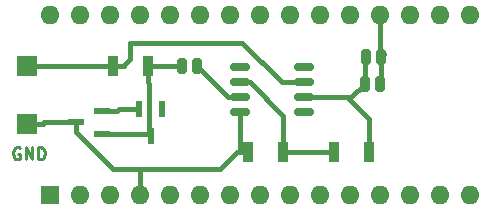
<source format=gbr>
%TF.GenerationSoftware,KiCad,Pcbnew,8.0.0*%
%TF.CreationDate,2024-09-29T18:34:12+03:00*%
%TF.ProjectId,diploma_pcb,6469706c-6f6d-4615-9f70-63622e6b6963,rev?*%
%TF.SameCoordinates,Original*%
%TF.FileFunction,Copper,L1,Top*%
%TF.FilePolarity,Positive*%
%FSLAX46Y46*%
G04 Gerber Fmt 4.6, Leading zero omitted, Abs format (unit mm)*
G04 Created by KiCad (PCBNEW 8.0.0) date 2024-09-29 18:34:12*
%MOMM*%
%LPD*%
G01*
G04 APERTURE LIST*
G04 Aperture macros list*
%AMRoundRect*
0 Rectangle with rounded corners*
0 $1 Rounding radius*
0 $2 $3 $4 $5 $6 $7 $8 $9 X,Y pos of 4 corners*
0 Add a 4 corners polygon primitive as box body*
4,1,4,$2,$3,$4,$5,$6,$7,$8,$9,$2,$3,0*
0 Add four circle primitives for the rounded corners*
1,1,$1+$1,$2,$3*
1,1,$1+$1,$4,$5*
1,1,$1+$1,$6,$7*
1,1,$1+$1,$8,$9*
0 Add four rect primitives between the rounded corners*
20,1,$1+$1,$2,$3,$4,$5,0*
20,1,$1+$1,$4,$5,$6,$7,0*
20,1,$1+$1,$6,$7,$8,$9,0*
20,1,$1+$1,$8,$9,$2,$3,0*%
G04 Aperture macros list end*
%ADD10C,0.250000*%
%TA.AperFunction,NonConductor*%
%ADD11C,0.250000*%
%TD*%
%TA.AperFunction,SMDPad,CuDef*%
%ADD12RoundRect,0.167500X-0.642500X-0.167500X0.642500X-0.167500X0.642500X0.167500X-0.642500X0.167500X0*%
%TD*%
%TA.AperFunction,SMDPad,CuDef*%
%ADD13R,0.970000X1.730000*%
%TD*%
%TA.AperFunction,ComponentPad*%
%ADD14R,1.700000X1.700000*%
%TD*%
%TA.AperFunction,SMDPad,CuDef*%
%ADD15RoundRect,0.208750X-0.208750X-0.431250X0.208750X-0.431250X0.208750X0.431250X-0.208750X0.431250X0*%
%TD*%
%TA.AperFunction,SMDPad,CuDef*%
%ADD16R,1.473200X0.558800*%
%TD*%
%TA.AperFunction,SMDPad,CuDef*%
%ADD17R,0.558800X1.473200*%
%TD*%
%TA.AperFunction,ComponentPad*%
%ADD18R,1.600000X1.600000*%
%TD*%
%TA.AperFunction,ComponentPad*%
%ADD19O,1.600000X1.600000*%
%TD*%
%TA.AperFunction,Conductor*%
%ADD20C,0.400000*%
%TD*%
G04 APERTURE END LIST*
D10*
D11*
X29926377Y-65912238D02*
X29831139Y-65864619D01*
X29831139Y-65864619D02*
X29688282Y-65864619D01*
X29688282Y-65864619D02*
X29545425Y-65912238D01*
X29545425Y-65912238D02*
X29450187Y-66007476D01*
X29450187Y-66007476D02*
X29402568Y-66102714D01*
X29402568Y-66102714D02*
X29354949Y-66293190D01*
X29354949Y-66293190D02*
X29354949Y-66436047D01*
X29354949Y-66436047D02*
X29402568Y-66626523D01*
X29402568Y-66626523D02*
X29450187Y-66721761D01*
X29450187Y-66721761D02*
X29545425Y-66817000D01*
X29545425Y-66817000D02*
X29688282Y-66864619D01*
X29688282Y-66864619D02*
X29783520Y-66864619D01*
X29783520Y-66864619D02*
X29926377Y-66817000D01*
X29926377Y-66817000D02*
X29973996Y-66769380D01*
X29973996Y-66769380D02*
X29973996Y-66436047D01*
X29973996Y-66436047D02*
X29783520Y-66436047D01*
X30402568Y-66864619D02*
X30402568Y-65864619D01*
X30402568Y-65864619D02*
X30973996Y-66864619D01*
X30973996Y-66864619D02*
X30973996Y-65864619D01*
X31450187Y-66864619D02*
X31450187Y-65864619D01*
X31450187Y-65864619D02*
X31688282Y-65864619D01*
X31688282Y-65864619D02*
X31831139Y-65912238D01*
X31831139Y-65912238D02*
X31926377Y-66007476D01*
X31926377Y-66007476D02*
X31973996Y-66102714D01*
X31973996Y-66102714D02*
X32021615Y-66293190D01*
X32021615Y-66293190D02*
X32021615Y-66436047D01*
X32021615Y-66436047D02*
X31973996Y-66626523D01*
X31973996Y-66626523D02*
X31926377Y-66721761D01*
X31926377Y-66721761D02*
X31831139Y-66817000D01*
X31831139Y-66817000D02*
X31688282Y-66864619D01*
X31688282Y-66864619D02*
X31450187Y-66864619D01*
D12*
%TO.P,U2,8,NC*%
%TO.N,unconnected-(U2-NC-Pad8)*%
X53950000Y-59095000D03*
%TO.P,U2,7,V+*%
%TO.N,Net-(+9V1-Pin_1)*%
X53950000Y-60365000D03*
%TO.P,U2,6*%
%TO.N,Net-(C226-Pad1)*%
X53950000Y-61635000D03*
%TO.P,U2,5,NULL*%
%TO.N,unconnected-(U2-NULL-Pad5)*%
X53950000Y-62905000D03*
%TO.P,U2,4,V-*%
%TO.N,Net-(J3-Pin_1)*%
X48550000Y-62905000D03*
%TO.P,U2,3,+*%
%TO.N,Net-(U2-+)*%
X48550000Y-61635000D03*
%TO.P,U2,2,-*%
%TO.N,Net-(U2--)*%
X48550000Y-60365000D03*
%TO.P,U2,1,NULL*%
%TO.N,unconnected-(U2-NULL-Pad1)*%
X48550000Y-59095000D03*
%TD*%
D13*
%TO.P,R3,1*%
%TO.N,Net-(U2--)*%
X56520000Y-66250000D03*
%TO.P,R3,2*%
%TO.N,Net-(C226-Pad1)*%
X59480000Y-66250000D03*
%TD*%
%TO.P,R2,1*%
%TO.N,Net-(U2--)*%
X52230000Y-66250000D03*
%TO.P,R2,2*%
%TO.N,Net-(J3-Pin_1)*%
X49270000Y-66250000D03*
%TD*%
%TO.P,R1,1*%
%TO.N,Net-(+9V1-Pin_1)*%
X37770000Y-59000000D03*
%TO.P,R1,2*%
%TO.N,Net-(Q1-C)*%
X40730000Y-59000000D03*
%TD*%
D14*
%TO.P,J3,1,Pin_1*%
%TO.N,Net-(J3-Pin_1)*%
X30500000Y-63848300D03*
%TD*%
%TO.P,+9V1,1,Pin_1*%
%TO.N,Net-(+9V1-Pin_1)*%
X30500000Y-59000000D03*
%TD*%
D15*
%TO.P,C104,1*%
%TO.N,Net-(Q1-C)*%
X43622500Y-59000000D03*
%TO.P,C104,2*%
%TO.N,Net-(U2-+)*%
X44877500Y-59000000D03*
%TD*%
%TO.P,C226,1*%
%TO.N,Net-(C226-Pad1)*%
X59122500Y-60500000D03*
%TO.P,C226,2*%
%TO.N,Net-(A1-A0)*%
X60377500Y-60500000D03*
%TD*%
D16*
%TO.P,Q3,1,E*%
%TO.N,Net-(Q1-C)*%
X36867600Y-64700001D03*
%TO.P,Q3,2,B*%
%TO.N,Net-(Q1-B)*%
X36867600Y-62799999D03*
%TO.P,Q3,3,C*%
%TO.N,Net-(J3-Pin_1)*%
X34632400Y-63750000D03*
%TD*%
D17*
%TO.P,Q1,3,C*%
%TO.N,Net-(Q1-C)*%
X41000000Y-64867600D03*
%TO.P,Q1,2,B*%
%TO.N,Net-(Q1-B)*%
X40049999Y-62632400D03*
%TO.P,Q1,1,E*%
%TO.N,unconnected-(Q1-E-Pad1)*%
X41950001Y-62632400D03*
%TD*%
D15*
%TO.P,C6,2*%
%TO.N,Net-(A1-A0)*%
X60500000Y-58250000D03*
%TO.P,C6,1*%
%TO.N,Net-(C226-Pad1)*%
X59245000Y-58250000D03*
%TD*%
D18*
%TO.P,A1,1,TX1*%
%TO.N,unconnected-(A1-TX1-Pad1)*%
X32450000Y-69860000D03*
D19*
%TO.P,A1,2,RX1*%
%TO.N,unconnected-(A1-RX1-Pad2)*%
X34990000Y-69860000D03*
%TO.P,A1,3,~{RESET}*%
%TO.N,unconnected-(A1-~{RESET}-Pad3)*%
X37530000Y-69860000D03*
%TO.P,A1,4,GND*%
%TO.N,Net-(J3-Pin_1)*%
X40070000Y-69860000D03*
%TO.P,A1,5,D2*%
%TO.N,unconnected-(A1-D2-Pad5)*%
X42610000Y-69860000D03*
%TO.P,A1,6,D3*%
%TO.N,unconnected-(A1-D3-Pad6)*%
X45150000Y-69860000D03*
%TO.P,A1,7,D4*%
%TO.N,unconnected-(A1-D4-Pad7)*%
X47690000Y-69860000D03*
%TO.P,A1,8,D5*%
%TO.N,unconnected-(A1-D5-Pad8)*%
X50230000Y-69860000D03*
%TO.P,A1,9,D6*%
%TO.N,unconnected-(A1-D6-Pad9)*%
X52770000Y-69860000D03*
%TO.P,A1,10,D7*%
%TO.N,unconnected-(A1-D7-Pad10)*%
X55310000Y-69860000D03*
%TO.P,A1,11,D8*%
%TO.N,unconnected-(A1-D8-Pad11)*%
X57850000Y-69860000D03*
%TO.P,A1,12,D9*%
%TO.N,unconnected-(A1-D9-Pad12)*%
X60390000Y-69860000D03*
%TO.P,A1,13,D10*%
%TO.N,unconnected-(A1-D10-Pad13)*%
X62930000Y-69860000D03*
%TO.P,A1,14,MOSI*%
%TO.N,unconnected-(A1-MOSI-Pad14)*%
X65470000Y-69860000D03*
%TO.P,A1,15,MISO*%
%TO.N,unconnected-(A1-MISO-Pad15)*%
X68010000Y-69860000D03*
%TO.P,A1,16,SCK*%
%TO.N,unconnected-(A1-SCK-Pad16)*%
X68010000Y-54620000D03*
%TO.P,A1,17,3V3*%
%TO.N,unconnected-(A1-3V3-Pad17)*%
X65470000Y-54620000D03*
%TO.P,A1,18,AREF*%
%TO.N,unconnected-(A1-AREF-Pad18)*%
X62930000Y-54620000D03*
%TO.P,A1,19,A0*%
%TO.N,Net-(A1-A0)*%
X60390000Y-54620000D03*
%TO.P,A1,20,A1*%
%TO.N,unconnected-(A1-A1-Pad20)*%
X57850000Y-54620000D03*
%TO.P,A1,21,A2*%
%TO.N,unconnected-(A1-A2-Pad21)*%
X55310000Y-54620000D03*
%TO.P,A1,22,A3*%
%TO.N,unconnected-(A1-A3-Pad22)*%
X52770000Y-54620000D03*
%TO.P,A1,23,SDA/A4*%
%TO.N,unconnected-(A1-SDA{slash}A4-Pad23)*%
X50230000Y-54620000D03*
%TO.P,A1,24,SCL/A5*%
%TO.N,unconnected-(A1-SCL{slash}A5-Pad24)*%
X47690000Y-54620000D03*
%TO.P,A1,25,A6*%
%TO.N,unconnected-(A1-A6-Pad25)*%
X45150000Y-54620000D03*
%TO.P,A1,26,A7*%
%TO.N,unconnected-(A1-A7-Pad26)*%
X42610000Y-54620000D03*
%TO.P,A1,27,+5V*%
%TO.N,unconnected-(A1-+5V-Pad27)*%
X40070000Y-54620000D03*
%TO.P,A1,28,~{RESET}*%
%TO.N,unconnected-(A1-~{RESET}-Pad28)*%
X37530000Y-54620000D03*
%TO.P,A1,29,GND*%
%TO.N,unconnected-(A1-GND-Pad29)*%
X34990000Y-54620000D03*
%TO.P,A1,30,VIN*%
%TO.N,unconnected-(A1-VIN-Pad30)*%
X32450000Y-54620000D03*
%TD*%
D20*
%TO.N,Net-(U2--)*%
X52230000Y-66250000D02*
X52230000Y-63230000D01*
X52230000Y-63230000D02*
X49365000Y-60365000D01*
X49365000Y-60365000D02*
X48550000Y-60365000D01*
%TO.N,Net-(+9V1-Pin_1)*%
X39250000Y-58383400D02*
X38756700Y-58876700D01*
X38756700Y-58876700D02*
X38756700Y-59000000D01*
X39250000Y-57000000D02*
X39250000Y-58383400D01*
X38756700Y-59000000D02*
X37770000Y-59000000D01*
X52115000Y-60365000D02*
X48750000Y-57000000D01*
X48750000Y-57000000D02*
X39250000Y-57000000D01*
X53950000Y-60365000D02*
X52115000Y-60365000D01*
%TO.N,Net-(C226-Pad1)*%
X57987500Y-61635000D02*
X57615000Y-61635000D01*
X59122500Y-60500000D02*
X57987500Y-61635000D01*
%TO.N,Net-(U2--)*%
X56520000Y-66250000D02*
X55533300Y-66250000D01*
X52230000Y-66250000D02*
X55533300Y-66250000D01*
%TO.N,Net-(U2-+)*%
X47512500Y-61635000D02*
X48550000Y-61635000D01*
X44877500Y-59000000D02*
X47512500Y-61635000D01*
%TO.N,Net-(A1-A0)*%
X60762500Y-57987500D02*
X60500000Y-58250000D01*
X60390000Y-54620000D02*
X60390000Y-57987500D01*
X60500000Y-58250000D02*
X60500000Y-60377500D01*
%TO.N,Net-(C226-Pad1)*%
X59122500Y-58372500D02*
X59122500Y-60500000D01*
X59245000Y-58250000D02*
X59122500Y-58372500D01*
X59480000Y-63500000D02*
X57615000Y-61635000D01*
X59480000Y-66250000D02*
X59480000Y-63500000D01*
X57615000Y-61635000D02*
X53950000Y-61635000D01*
%TO.N,Net-(Q1-B)*%
X38273500Y-62632400D02*
X38105900Y-62800000D01*
X40050000Y-62632400D02*
X38273500Y-62632400D01*
X36867600Y-62800000D02*
X38105900Y-62800000D01*
%TO.N,Net-(Q1-C)*%
X36867600Y-64700000D02*
X38105900Y-64700000D01*
X40730000Y-59000000D02*
X40730000Y-60366700D01*
X38105900Y-64700000D02*
X40831100Y-64700000D01*
X40998700Y-64867600D02*
X40831100Y-64700000D01*
X41000000Y-64867600D02*
X40998700Y-64867600D01*
X40831100Y-60467800D02*
X40730000Y-60366700D01*
X40831100Y-64700000D02*
X40831100Y-60467800D01*
X43622500Y-59000000D02*
X40730000Y-59000000D01*
%TO.N,Net-(+9V1-Pin_1)*%
X30500000Y-59000000D02*
X37770000Y-59000000D01*
%TO.N,Net-(J3-Pin_1)*%
X30500000Y-63848300D02*
X31851700Y-63848300D01*
X31950000Y-63750000D02*
X31851700Y-63848300D01*
X34632400Y-63750000D02*
X31950000Y-63750000D01*
X40070000Y-69860000D02*
X40070000Y-68558300D01*
X40070000Y-68558300D02*
X40070000Y-67667200D01*
X37768500Y-67667200D02*
X40070000Y-67667200D01*
X34632400Y-64531100D02*
X37768500Y-67667200D01*
X46866100Y-67667200D02*
X48283300Y-66250000D01*
X40070000Y-67667200D02*
X46866100Y-67667200D01*
X34632400Y-63750000D02*
X34632400Y-64531100D01*
X49270000Y-66250000D02*
X48776700Y-66250000D01*
X48776700Y-66250000D02*
X48283300Y-66250000D01*
X48550000Y-66023300D02*
X48550000Y-62905000D01*
X48776700Y-66250000D02*
X48550000Y-66023300D01*
%TD*%
M02*

</source>
